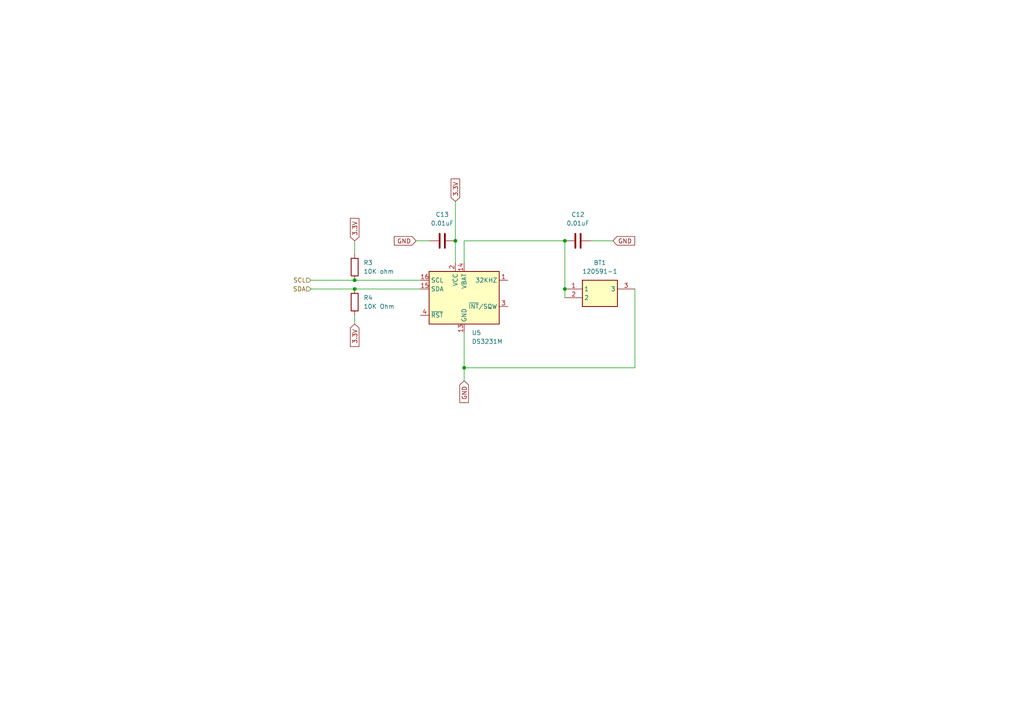
<source format=kicad_sch>
(kicad_sch
	(version 20231120)
	(generator "eeschema")
	(generator_version "8.0")
	(uuid "372cb366-8969-41f6-a92b-41c98038c2b0")
	(paper "A4")
	(lib_symbols
		(symbol "120591-1:120591-1"
			(exclude_from_sim no)
			(in_bom yes)
			(on_board yes)
			(property "Reference" "BT"
				(at 16.51 7.62 0)
				(effects
					(font
						(size 1.27 1.27)
					)
					(justify left top)
				)
			)
			(property "Value" "120591-1"
				(at 16.51 5.08 0)
				(effects
					(font
						(size 1.27 1.27)
					)
					(justify left top)
				)
			)
			(property "Footprint" "120591-1"
				(at 16.51 -94.92 0)
				(effects
					(font
						(size 1.27 1.27)
					)
					(justify left top)
					(hide yes)
				)
			)
			(property "Datasheet" "http://www.te.com/commerce/DocumentDelivery/DDEController?Action=srchrtrv&DocNm=120591&DocType=Customer+Drawing&DocLang=English&DocFormat=pdf&PartCntxt=120591-1"
				(at 16.51 -194.92 0)
				(effects
					(font
						(size 1.27 1.27)
					)
					(justify left top)
					(hide yes)
				)
			)
			(property "Description" "Holder pcb 2 way Battery Holder pcb 2 way Battery"
				(at 0 0 0)
				(effects
					(font
						(size 1.27 1.27)
					)
					(hide yes)
				)
			)
			(property "Height" ""
				(at 16.51 -394.92 0)
				(effects
					(font
						(size 1.27 1.27)
					)
					(justify left top)
					(hide yes)
				)
			)
			(property "Mouser Part Number" "571-1205911"
				(at 16.51 -494.92 0)
				(effects
					(font
						(size 1.27 1.27)
					)
					(justify left top)
					(hide yes)
				)
			)
			(property "Mouser Price/Stock" "https://www.mouser.co.uk/ProductDetail/TE-Connectivity/120591-1?qs=cB%252BprIo57OeZ1n1mnEiYEw%3D%3D"
				(at 16.51 -594.92 0)
				(effects
					(font
						(size 1.27 1.27)
					)
					(justify left top)
					(hide yes)
				)
			)
			(property "Manufacturer_Name" "TE Connectivity"
				(at 16.51 -694.92 0)
				(effects
					(font
						(size 1.27 1.27)
					)
					(justify left top)
					(hide yes)
				)
			)
			(property "Manufacturer_Part_Number" "120591-1"
				(at 16.51 -794.92 0)
				(effects
					(font
						(size 1.27 1.27)
					)
					(justify left top)
					(hide yes)
				)
			)
			(symbol "120591-1_1_1"
				(rectangle
					(start 5.08 2.54)
					(end 15.24 -5.08)
					(stroke
						(width 0.254)
						(type default)
					)
					(fill
						(type background)
					)
				)
				(pin passive line
					(at 0 0 0)
					(length 5.08)
					(name "1"
						(effects
							(font
								(size 1.27 1.27)
							)
						)
					)
					(number "1"
						(effects
							(font
								(size 1.27 1.27)
							)
						)
					)
				)
				(pin passive line
					(at 0 -2.54 0)
					(length 5.08)
					(name "2"
						(effects
							(font
								(size 1.27 1.27)
							)
						)
					)
					(number "2"
						(effects
							(font
								(size 1.27 1.27)
							)
						)
					)
				)
				(pin passive line
					(at 20.32 0 180)
					(length 5.08)
					(name "3"
						(effects
							(font
								(size 1.27 1.27)
							)
						)
					)
					(number "3"
						(effects
							(font
								(size 1.27 1.27)
							)
						)
					)
				)
			)
		)
		(symbol "Device:C"
			(pin_numbers hide)
			(pin_names
				(offset 0.254)
			)
			(exclude_from_sim no)
			(in_bom yes)
			(on_board yes)
			(property "Reference" "C"
				(at 0.635 2.54 0)
				(effects
					(font
						(size 1.27 1.27)
					)
					(justify left)
				)
			)
			(property "Value" "C"
				(at 0.635 -2.54 0)
				(effects
					(font
						(size 1.27 1.27)
					)
					(justify left)
				)
			)
			(property "Footprint" ""
				(at 0.9652 -3.81 0)
				(effects
					(font
						(size 1.27 1.27)
					)
					(hide yes)
				)
			)
			(property "Datasheet" "~"
				(at 0 0 0)
				(effects
					(font
						(size 1.27 1.27)
					)
					(hide yes)
				)
			)
			(property "Description" "Unpolarized capacitor"
				(at 0 0 0)
				(effects
					(font
						(size 1.27 1.27)
					)
					(hide yes)
				)
			)
			(property "ki_keywords" "cap capacitor"
				(at 0 0 0)
				(effects
					(font
						(size 1.27 1.27)
					)
					(hide yes)
				)
			)
			(property "ki_fp_filters" "C_*"
				(at 0 0 0)
				(effects
					(font
						(size 1.27 1.27)
					)
					(hide yes)
				)
			)
			(symbol "C_0_1"
				(polyline
					(pts
						(xy -2.032 -0.762) (xy 2.032 -0.762)
					)
					(stroke
						(width 0.508)
						(type default)
					)
					(fill
						(type none)
					)
				)
				(polyline
					(pts
						(xy -2.032 0.762) (xy 2.032 0.762)
					)
					(stroke
						(width 0.508)
						(type default)
					)
					(fill
						(type none)
					)
				)
			)
			(symbol "C_1_1"
				(pin passive line
					(at 0 3.81 270)
					(length 2.794)
					(name "~"
						(effects
							(font
								(size 1.27 1.27)
							)
						)
					)
					(number "1"
						(effects
							(font
								(size 1.27 1.27)
							)
						)
					)
				)
				(pin passive line
					(at 0 -3.81 90)
					(length 2.794)
					(name "~"
						(effects
							(font
								(size 1.27 1.27)
							)
						)
					)
					(number "2"
						(effects
							(font
								(size 1.27 1.27)
							)
						)
					)
				)
			)
		)
		(symbol "Device:R"
			(pin_numbers hide)
			(pin_names
				(offset 0)
			)
			(exclude_from_sim no)
			(in_bom yes)
			(on_board yes)
			(property "Reference" "R"
				(at 2.032 0 90)
				(effects
					(font
						(size 1.27 1.27)
					)
				)
			)
			(property "Value" "R"
				(at 0 0 90)
				(effects
					(font
						(size 1.27 1.27)
					)
				)
			)
			(property "Footprint" ""
				(at -1.778 0 90)
				(effects
					(font
						(size 1.27 1.27)
					)
					(hide yes)
				)
			)
			(property "Datasheet" "~"
				(at 0 0 0)
				(effects
					(font
						(size 1.27 1.27)
					)
					(hide yes)
				)
			)
			(property "Description" "Resistor"
				(at 0 0 0)
				(effects
					(font
						(size 1.27 1.27)
					)
					(hide yes)
				)
			)
			(property "ki_keywords" "R res resistor"
				(at 0 0 0)
				(effects
					(font
						(size 1.27 1.27)
					)
					(hide yes)
				)
			)
			(property "ki_fp_filters" "R_*"
				(at 0 0 0)
				(effects
					(font
						(size 1.27 1.27)
					)
					(hide yes)
				)
			)
			(symbol "R_0_1"
				(rectangle
					(start -1.016 -2.54)
					(end 1.016 2.54)
					(stroke
						(width 0.254)
						(type default)
					)
					(fill
						(type none)
					)
				)
			)
			(symbol "R_1_1"
				(pin passive line
					(at 0 3.81 270)
					(length 1.27)
					(name "~"
						(effects
							(font
								(size 1.27 1.27)
							)
						)
					)
					(number "1"
						(effects
							(font
								(size 1.27 1.27)
							)
						)
					)
				)
				(pin passive line
					(at 0 -3.81 90)
					(length 1.27)
					(name "~"
						(effects
							(font
								(size 1.27 1.27)
							)
						)
					)
					(number "2"
						(effects
							(font
								(size 1.27 1.27)
							)
						)
					)
				)
			)
		)
		(symbol "Timer_RTC:DS3231M"
			(exclude_from_sim no)
			(in_bom yes)
			(on_board yes)
			(property "Reference" "U"
				(at -7.62 8.89 0)
				(effects
					(font
						(size 1.27 1.27)
					)
					(justify right)
				)
			)
			(property "Value" "DS3231M"
				(at 10.16 8.89 0)
				(effects
					(font
						(size 1.27 1.27)
					)
					(justify right)
				)
			)
			(property "Footprint" "Package_SO:SOIC-16W_7.5x10.3mm_P1.27mm"
				(at 0 -15.24 0)
				(effects
					(font
						(size 1.27 1.27)
					)
					(hide yes)
				)
			)
			(property "Datasheet" "http://datasheets.maximintegrated.com/en/ds/DS3231.pdf"
				(at 6.858 1.27 0)
				(effects
					(font
						(size 1.27 1.27)
					)
					(hide yes)
				)
			)
			(property "Description" "Extremely Accurate I2C-Integrated RTC/TCXO/Crystal SOIC-16"
				(at 0 0 0)
				(effects
					(font
						(size 1.27 1.27)
					)
					(hide yes)
				)
			)
			(property "ki_keywords" "RTC TCXO Realtime Time Clock Crystal Oscillator I2C"
				(at 0 0 0)
				(effects
					(font
						(size 1.27 1.27)
					)
					(hide yes)
				)
			)
			(property "ki_fp_filters" "SOIC*7.5x10.3mm*P1.27mm*"
				(at 0 0 0)
				(effects
					(font
						(size 1.27 1.27)
					)
					(hide yes)
				)
			)
			(symbol "DS3231M_0_1"
				(rectangle
					(start -10.16 7.62)
					(end 10.16 -7.62)
					(stroke
						(width 0.254)
						(type default)
					)
					(fill
						(type background)
					)
				)
			)
			(symbol "DS3231M_1_1"
				(pin open_collector line
					(at 12.7 5.08 180)
					(length 2.54)
					(name "32KHZ"
						(effects
							(font
								(size 1.27 1.27)
							)
						)
					)
					(number "1"
						(effects
							(font
								(size 1.27 1.27)
							)
						)
					)
				)
				(pin passive line
					(at 0 -10.16 90)
					(length 2.54) hide
					(name "GND"
						(effects
							(font
								(size 1.27 1.27)
							)
						)
					)
					(number "10"
						(effects
							(font
								(size 1.27 1.27)
							)
						)
					)
				)
				(pin passive line
					(at 0 -10.16 90)
					(length 2.54) hide
					(name "GND"
						(effects
							(font
								(size 1.27 1.27)
							)
						)
					)
					(number "11"
						(effects
							(font
								(size 1.27 1.27)
							)
						)
					)
				)
				(pin passive line
					(at 0 -10.16 90)
					(length 2.54) hide
					(name "GND"
						(effects
							(font
								(size 1.27 1.27)
							)
						)
					)
					(number "12"
						(effects
							(font
								(size 1.27 1.27)
							)
						)
					)
				)
				(pin power_in line
					(at 0 -10.16 90)
					(length 2.54)
					(name "GND"
						(effects
							(font
								(size 1.27 1.27)
							)
						)
					)
					(number "13"
						(effects
							(font
								(size 1.27 1.27)
							)
						)
					)
				)
				(pin power_in line
					(at 0 10.16 270)
					(length 2.54)
					(name "VBAT"
						(effects
							(font
								(size 1.27 1.27)
							)
						)
					)
					(number "14"
						(effects
							(font
								(size 1.27 1.27)
							)
						)
					)
				)
				(pin bidirectional line
					(at -12.7 2.54 0)
					(length 2.54)
					(name "SDA"
						(effects
							(font
								(size 1.27 1.27)
							)
						)
					)
					(number "15"
						(effects
							(font
								(size 1.27 1.27)
							)
						)
					)
				)
				(pin input line
					(at -12.7 5.08 0)
					(length 2.54)
					(name "SCL"
						(effects
							(font
								(size 1.27 1.27)
							)
						)
					)
					(number "16"
						(effects
							(font
								(size 1.27 1.27)
							)
						)
					)
				)
				(pin power_in line
					(at -2.54 10.16 270)
					(length 2.54)
					(name "VCC"
						(effects
							(font
								(size 1.27 1.27)
							)
						)
					)
					(number "2"
						(effects
							(font
								(size 1.27 1.27)
							)
						)
					)
				)
				(pin open_collector line
					(at 12.7 -2.54 180)
					(length 2.54)
					(name "~{INT}/SQW"
						(effects
							(font
								(size 1.27 1.27)
							)
						)
					)
					(number "3"
						(effects
							(font
								(size 1.27 1.27)
							)
						)
					)
				)
				(pin bidirectional line
					(at -12.7 -5.08 0)
					(length 2.54)
					(name "~{RST}"
						(effects
							(font
								(size 1.27 1.27)
							)
						)
					)
					(number "4"
						(effects
							(font
								(size 1.27 1.27)
							)
						)
					)
				)
				(pin passive line
					(at 0 -10.16 90)
					(length 2.54) hide
					(name "GND"
						(effects
							(font
								(size 1.27 1.27)
							)
						)
					)
					(number "5"
						(effects
							(font
								(size 1.27 1.27)
							)
						)
					)
				)
				(pin passive line
					(at 0 -10.16 90)
					(length 2.54) hide
					(name "GND"
						(effects
							(font
								(size 1.27 1.27)
							)
						)
					)
					(number "6"
						(effects
							(font
								(size 1.27 1.27)
							)
						)
					)
				)
				(pin passive line
					(at 0 -10.16 90)
					(length 2.54) hide
					(name "GND"
						(effects
							(font
								(size 1.27 1.27)
							)
						)
					)
					(number "7"
						(effects
							(font
								(size 1.27 1.27)
							)
						)
					)
				)
				(pin passive line
					(at 0 -10.16 90)
					(length 2.54) hide
					(name "GND"
						(effects
							(font
								(size 1.27 1.27)
							)
						)
					)
					(number "8"
						(effects
							(font
								(size 1.27 1.27)
							)
						)
					)
				)
				(pin passive line
					(at 0 -10.16 90)
					(length 2.54) hide
					(name "GND"
						(effects
							(font
								(size 1.27 1.27)
							)
						)
					)
					(number "9"
						(effects
							(font
								(size 1.27 1.27)
							)
						)
					)
				)
			)
		)
	)
	(junction
		(at 163.83 69.85)
		(diameter 0)
		(color 0 0 0 0)
		(uuid "265c2511-f89a-4c4f-8077-6e0e32802b70")
	)
	(junction
		(at 163.83 83.82)
		(diameter 0)
		(color 0 0 0 0)
		(uuid "372bd76b-d71d-4f62-b956-b676acc25eee")
	)
	(junction
		(at 134.62 106.68)
		(diameter 0)
		(color 0 0 0 0)
		(uuid "433785fc-f286-4a56-865c-955f64f2bfe1")
	)
	(junction
		(at 132.08 69.85)
		(diameter 0)
		(color 0 0 0 0)
		(uuid "67b32ce4-7178-4c6e-ba35-93f7b2fe0371")
	)
	(junction
		(at 102.87 83.82)
		(diameter 0)
		(color 0 0 0 0)
		(uuid "b861e2f5-f6f6-4d8f-8de1-251d8839f774")
	)
	(junction
		(at 102.87 81.28)
		(diameter 0)
		(color 0 0 0 0)
		(uuid "db37604e-f215-4ccb-b82a-dee77a5875ba")
	)
	(wire
		(pts
			(xy 90.17 81.28) (xy 102.87 81.28)
		)
		(stroke
			(width 0)
			(type default)
		)
		(uuid "0d1bae91-3087-42ef-a60d-0906ab52bac3")
	)
	(wire
		(pts
			(xy 102.87 81.28) (xy 121.92 81.28)
		)
		(stroke
			(width 0)
			(type default)
		)
		(uuid "334a9ba6-3e59-4d69-bd94-cd7c87632f5c")
	)
	(wire
		(pts
			(xy 102.87 93.98) (xy 102.87 91.44)
		)
		(stroke
			(width 0)
			(type default)
		)
		(uuid "371d0b26-7d51-4049-b421-ccb17ac54850")
	)
	(wire
		(pts
			(xy 163.83 69.85) (xy 134.62 69.85)
		)
		(stroke
			(width 0)
			(type default)
		)
		(uuid "3a181483-0812-4bdd-a5b5-04f4d45bb9e3")
	)
	(wire
		(pts
			(xy 163.83 83.82) (xy 163.83 69.85)
		)
		(stroke
			(width 0)
			(type default)
		)
		(uuid "54fb76ac-2fb1-4af9-b198-7ceff7655d0a")
	)
	(wire
		(pts
			(xy 134.62 106.68) (xy 134.62 110.49)
		)
		(stroke
			(width 0)
			(type default)
		)
		(uuid "5b7f5dbd-083b-4e3c-876b-850361423fa3")
	)
	(wire
		(pts
			(xy 134.62 69.85) (xy 134.62 76.2)
		)
		(stroke
			(width 0)
			(type default)
		)
		(uuid "6024f1f3-b939-4a73-8222-bff7e8e69e36")
	)
	(wire
		(pts
			(xy 134.62 96.52) (xy 134.62 106.68)
		)
		(stroke
			(width 0)
			(type default)
		)
		(uuid "607b8721-33c3-4ce0-868f-2558bc7d0ed6")
	)
	(wire
		(pts
			(xy 184.15 106.68) (xy 134.62 106.68)
		)
		(stroke
			(width 0)
			(type default)
		)
		(uuid "7e5d9dd4-24b7-4c82-9bb6-a7f0d0f1c659")
	)
	(wire
		(pts
			(xy 120.65 69.85) (xy 124.46 69.85)
		)
		(stroke
			(width 0)
			(type default)
		)
		(uuid "7f991a38-8ff8-4390-a26c-16baae29f9fd")
	)
	(wire
		(pts
			(xy 184.15 83.82) (xy 184.15 106.68)
		)
		(stroke
			(width 0)
			(type default)
		)
		(uuid "a1c048a5-ef31-490f-acd0-cd557d01216b")
	)
	(wire
		(pts
			(xy 132.08 69.85) (xy 132.08 76.2)
		)
		(stroke
			(width 0)
			(type default)
		)
		(uuid "ae6d1923-f96f-4843-a8dd-2a1749c6f917")
	)
	(wire
		(pts
			(xy 102.87 83.82) (xy 121.92 83.82)
		)
		(stroke
			(width 0)
			(type default)
		)
		(uuid "b36db39f-4a6e-46a9-8201-90dddc60d49b")
	)
	(wire
		(pts
			(xy 132.08 58.42) (xy 132.08 69.85)
		)
		(stroke
			(width 0)
			(type default)
		)
		(uuid "b6551ddf-a7b9-407b-9d26-4fd50e85bc24")
	)
	(wire
		(pts
			(xy 171.45 69.85) (xy 177.8 69.85)
		)
		(stroke
			(width 0)
			(type default)
		)
		(uuid "c994bab8-53a3-4fea-a9ae-cd430c2bd96c")
	)
	(wire
		(pts
			(xy 102.87 69.85) (xy 102.87 73.66)
		)
		(stroke
			(width 0)
			(type default)
		)
		(uuid "cb7625c6-8118-471a-8e7c-98785f91b7b5")
	)
	(wire
		(pts
			(xy 163.83 83.82) (xy 163.83 86.36)
		)
		(stroke
			(width 0)
			(type default)
		)
		(uuid "db3a1aac-73af-49ca-b160-c90cf45528f8")
	)
	(wire
		(pts
			(xy 90.17 83.82) (xy 102.87 83.82)
		)
		(stroke
			(width 0)
			(type default)
		)
		(uuid "f0f15119-df97-41e0-bb0e-e2055ab58f1a")
	)
	(global_label "GND"
		(shape input)
		(at 177.8 69.85 0)
		(fields_autoplaced yes)
		(effects
			(font
				(size 1.27 1.27)
			)
			(justify left)
		)
		(uuid "36df9560-0e2f-46c5-93bf-1dd5de9d4f01")
		(property "Intersheetrefs" "${INTERSHEET_REFS}"
			(at 184.7508 69.85 0)
			(effects
				(font
					(size 1.27 1.27)
				)
				(justify left)
				(hide yes)
			)
		)
	)
	(global_label "GND"
		(shape input)
		(at 134.62 110.49 270)
		(fields_autoplaced yes)
		(effects
			(font
				(size 1.27 1.27)
			)
			(justify right)
		)
		(uuid "3cf33105-efcc-4777-96ca-23fea657351f")
		(property "Intersheetrefs" "${INTERSHEET_REFS}"
			(at 134.62 117.4408 90)
			(effects
				(font
					(size 1.27 1.27)
				)
				(justify right)
				(hide yes)
			)
		)
	)
	(global_label "3.3V"
		(shape input)
		(at 132.08 58.42 90)
		(fields_autoplaced yes)
		(effects
			(font
				(size 1.27 1.27)
			)
			(justify left)
		)
		(uuid "4029e996-3840-496d-8a7c-ac74a29accec")
		(property "Intersheetrefs" "${INTERSHEET_REFS}"
			(at 132.08 51.2273 90)
			(effects
				(font
					(size 1.27 1.27)
				)
				(justify left)
				(hide yes)
			)
		)
	)
	(global_label "3.3V"
		(shape input)
		(at 102.87 69.85 90)
		(fields_autoplaced yes)
		(effects
			(font
				(size 1.27 1.27)
			)
			(justify left)
		)
		(uuid "4e3307aa-b325-4d23-b4c6-29fd7439ea93")
		(property "Intersheetrefs" "${INTERSHEET_REFS}"
			(at 102.87 62.6573 90)
			(effects
				(font
					(size 1.27 1.27)
				)
				(justify left)
				(hide yes)
			)
		)
	)
	(global_label "3.3V"
		(shape input)
		(at 102.87 93.98 270)
		(fields_autoplaced yes)
		(effects
			(font
				(size 1.27 1.27)
			)
			(justify right)
		)
		(uuid "cc1982e8-27d1-4e6b-ad86-e66c0f0582db")
		(property "Intersheetrefs" "${INTERSHEET_REFS}"
			(at 102.87 101.1727 90)
			(effects
				(font
					(size 1.27 1.27)
				)
				(justify right)
				(hide yes)
			)
		)
	)
	(global_label "GND"
		(shape input)
		(at 120.65 69.85 180)
		(fields_autoplaced yes)
		(effects
			(font
				(size 1.27 1.27)
			)
			(justify right)
		)
		(uuid "eac83e45-fe79-4f50-bbe6-79390b5270c9")
		(property "Intersheetrefs" "${INTERSHEET_REFS}"
			(at 113.6992 69.85 0)
			(effects
				(font
					(size 1.27 1.27)
				)
				(justify right)
				(hide yes)
			)
		)
	)
	(hierarchical_label "SDA"
		(shape input)
		(at 90.17 83.82 180)
		(fields_autoplaced yes)
		(effects
			(font
				(size 1.27 1.27)
			)
			(justify right)
		)
		(uuid "04102230-dbf7-4a89-ac08-969f34121a7d")
	)
	(hierarchical_label "SCL"
		(shape input)
		(at 90.17 81.28 180)
		(fields_autoplaced yes)
		(effects
			(font
				(size 1.27 1.27)
			)
			(justify right)
		)
		(uuid "45b25bec-6341-4a01-8ddf-b8f37b1be30e")
	)
	(symbol
		(lib_id "120591-1:120591-1")
		(at 163.83 83.82 0)
		(unit 1)
		(exclude_from_sim no)
		(in_bom yes)
		(on_board yes)
		(dnp no)
		(fields_autoplaced yes)
		(uuid "0f5aab89-653b-4ec3-8d85-3c04585499f2")
		(property "Reference" "BT1"
			(at 173.99 76.2 0)
			(effects
				(font
					(size 1.27 1.27)
				)
			)
		)
		(property "Value" "120591-1"
			(at 173.99 78.74 0)
			(effects
				(font
					(size 1.27 1.27)
				)
			)
		)
		(property "Footprint" "120591-1"
			(at 180.34 178.74 0)
			(effects
				(font
					(size 1.27 1.27)
				)
				(justify left top)
				(hide yes)
			)
		)
		(property "Datasheet" "http://www.te.com/commerce/DocumentDelivery/DDEController?Action=srchrtrv&DocNm=120591&DocType=Customer+Drawing&DocLang=English&DocFormat=pdf&PartCntxt=120591-1"
			(at 180.34 278.74 0)
			(effects
				(font
					(size 1.27 1.27)
				)
				(justify left top)
				(hide yes)
			)
		)
		(property "Description" "Holder pcb 2 way Battery Holder pcb 2 way Battery"
			(at 163.83 83.82 0)
			(effects
				(font
					(size 1.27 1.27)
				)
				(hide yes)
			)
		)
		(property "Height" ""
			(at 180.34 478.74 0)
			(effects
				(font
					(size 1.27 1.27)
				)
				(justify left top)
				(hide yes)
			)
		)
		(property "Mouser Part Number" "571-1205911"
			(at 180.34 578.74 0)
			(effects
				(font
					(size 1.27 1.27)
				)
				(justify left top)
				(hide yes)
			)
		)
		(property "Mouser Price/Stock" "https://www.mouser.co.uk/ProductDetail/TE-Connectivity/120591-1?qs=cB%252BprIo57OeZ1n1mnEiYEw%3D%3D"
			(at 180.34 678.74 0)
			(effects
				(font
					(size 1.27 1.27)
				)
				(justify left top)
				(hide yes)
			)
		)
		(property "Manufacturer_Name" "TE Connectivity"
			(at 180.34 778.74 0)
			(effects
				(font
					(size 1.27 1.27)
				)
				(justify left top)
				(hide yes)
			)
		)
		(property "Manufacturer_Part_Number" "120591-1"
			(at 180.34 878.74 0)
			(effects
				(font
					(size 1.27 1.27)
				)
				(justify left top)
				(hide yes)
			)
		)
		(pin "1"
			(uuid "4a5101ff-e812-4790-8d51-463c531fdac8")
		)
		(pin "3"
			(uuid "972c8fba-479a-454e-8ad3-0804a8180428")
		)
		(pin "2"
			(uuid "02ae9395-4686-48a4-a38c-2eccc9c41aa1")
		)
		(instances
			(project ""
				(path "/e63e39d7-6ac0-4ffd-8aa3-1841a4541b55/2a9ac42a-9bca-4f67-9e2c-0c45e973fae8"
					(reference "BT1")
					(unit 1)
				)
			)
		)
	)
	(symbol
		(lib_id "Device:C")
		(at 128.27 69.85 90)
		(unit 1)
		(exclude_from_sim no)
		(in_bom yes)
		(on_board yes)
		(dnp no)
		(fields_autoplaced yes)
		(uuid "48a2e269-5187-4f6e-adf5-713daa92884f")
		(property "Reference" "C13"
			(at 128.27 62.23 90)
			(effects
				(font
					(size 1.27 1.27)
				)
			)
		)
		(property "Value" "0.01uF"
			(at 128.27 64.77 90)
			(effects
				(font
					(size 1.27 1.27)
				)
			)
		)
		(property "Footprint" "Capacitor_SMD:C_0201_0603Metric"
			(at 132.08 68.8848 0)
			(effects
				(font
					(size 1.27 1.27)
				)
				(hide yes)
			)
		)
		(property "Datasheet" "~"
			(at 128.27 69.85 0)
			(effects
				(font
					(size 1.27 1.27)
				)
				(hide yes)
			)
		)
		(property "Description" "Unpolarized capacitor"
			(at 128.27 69.85 0)
			(effects
				(font
					(size 1.27 1.27)
				)
				(hide yes)
			)
		)
		(pin "2"
			(uuid "6e575b34-0adb-4aff-8799-91b61402c401")
		)
		(pin "1"
			(uuid "c46d3aa0-dc6b-4efd-a767-ac709dc8acd1")
		)
		(instances
			(project "AstroHAT"
				(path "/e63e39d7-6ac0-4ffd-8aa3-1841a4541b55/2a9ac42a-9bca-4f67-9e2c-0c45e973fae8"
					(reference "C13")
					(unit 1)
				)
			)
		)
	)
	(symbol
		(lib_id "Timer_RTC:DS3231M")
		(at 134.62 86.36 0)
		(unit 1)
		(exclude_from_sim no)
		(in_bom yes)
		(on_board yes)
		(dnp no)
		(fields_autoplaced yes)
		(uuid "85b71747-4dfb-43c2-a4a5-55a3305c13ae")
		(property "Reference" "U5"
			(at 136.8141 96.52 0)
			(effects
				(font
					(size 1.27 1.27)
				)
				(justify left)
			)
		)
		(property "Value" "DS3231M"
			(at 136.8141 99.06 0)
			(effects
				(font
					(size 1.27 1.27)
				)
				(justify left)
			)
		)
		(property "Footprint" "Package_SO:SOIC-16W_7.5x10.3mm_P1.27mm"
			(at 134.62 101.6 0)
			(effects
				(font
					(size 1.27 1.27)
				)
				(hide yes)
			)
		)
		(property "Datasheet" "http://datasheets.maximintegrated.com/en/ds/DS3231.pdf"
			(at 141.478 85.09 0)
			(effects
				(font
					(size 1.27 1.27)
				)
				(hide yes)
			)
		)
		(property "Description" "Extremely Accurate I2C-Integrated RTC/TCXO/Crystal SOIC-16"
			(at 134.62 86.36 0)
			(effects
				(font
					(size 1.27 1.27)
				)
				(hide yes)
			)
		)
		(pin "10"
			(uuid "cde72133-ca4f-40d7-8ff6-903d2becec8c")
		)
		(pin "1"
			(uuid "7b912e2f-31ac-4d09-8048-2ab3d92ddea6")
		)
		(pin "14"
			(uuid "a36b26c9-f9b6-4296-b6b6-52fd7deec4b7")
		)
		(pin "16"
			(uuid "a921e056-7836-461a-a261-da9af525f43e")
		)
		(pin "2"
			(uuid "24585062-6f2b-40a9-b035-81aeb8987a45")
		)
		(pin "5"
			(uuid "2780bc94-2276-4a6e-8214-667b8140076b")
		)
		(pin "13"
			(uuid "2eb0dc71-d61b-4cd8-9bb1-3483ff15eb22")
		)
		(pin "6"
			(uuid "f1ce8ce5-611c-4039-8aed-4a1a25182b48")
		)
		(pin "8"
			(uuid "9add5428-5b07-4438-a497-25b40587d292")
		)
		(pin "9"
			(uuid "4194588a-4f72-4b6a-a8fc-11c0e7cd51c0")
		)
		(pin "7"
			(uuid "7d2662c4-4c87-49c8-9e4e-1695b4038f2b")
		)
		(pin "15"
			(uuid "b064280d-5b2c-426d-bacc-bc3e5fcd7b8e")
		)
		(pin "4"
			(uuid "7349e8dd-f5ab-4bbc-a4b2-33a0ee3619be")
		)
		(pin "3"
			(uuid "377aa4d3-e69d-4765-9073-2e0ae390a7fe")
		)
		(pin "12"
			(uuid "5c7376ae-d07d-40ae-a049-a1e6db0a8aad")
		)
		(pin "11"
			(uuid "2e3c5aca-50a3-4dfc-8dc5-5500be1cecdc")
		)
		(instances
			(project ""
				(path "/e63e39d7-6ac0-4ffd-8aa3-1841a4541b55/2a9ac42a-9bca-4f67-9e2c-0c45e973fae8"
					(reference "U5")
					(unit 1)
				)
			)
		)
	)
	(symbol
		(lib_id "Device:C")
		(at 167.64 69.85 90)
		(unit 1)
		(exclude_from_sim no)
		(in_bom yes)
		(on_board yes)
		(dnp no)
		(fields_autoplaced yes)
		(uuid "aed61837-c1d7-4b1d-b7f7-3af6add94db0")
		(property "Reference" "C12"
			(at 167.64 62.23 90)
			(effects
				(font
					(size 1.27 1.27)
				)
			)
		)
		(property "Value" "0.01uF"
			(at 167.64 64.77 90)
			(effects
				(font
					(size 1.27 1.27)
				)
			)
		)
		(property "Footprint" "Capacitor_SMD:C_0201_0603Metric"
			(at 171.45 68.8848 0)
			(effects
				(font
					(size 1.27 1.27)
				)
				(hide yes)
			)
		)
		(property "Datasheet" "~"
			(at 167.64 69.85 0)
			(effects
				(font
					(size 1.27 1.27)
				)
				(hide yes)
			)
		)
		(property "Description" "Unpolarized capacitor"
			(at 167.64 69.85 0)
			(effects
				(font
					(size 1.27 1.27)
				)
				(hide yes)
			)
		)
		(pin "2"
			(uuid "dafd41f3-8aa9-4a2a-a7fa-8a975715c2c7")
		)
		(pin "1"
			(uuid "6c5d1394-101f-4429-a8c3-d06bd2185c50")
		)
		(instances
			(project ""
				(path "/e63e39d7-6ac0-4ffd-8aa3-1841a4541b55/2a9ac42a-9bca-4f67-9e2c-0c45e973fae8"
					(reference "C12")
					(unit 1)
				)
			)
		)
	)
	(symbol
		(lib_id "Device:R")
		(at 102.87 77.47 0)
		(unit 1)
		(exclude_from_sim no)
		(in_bom yes)
		(on_board yes)
		(dnp no)
		(fields_autoplaced yes)
		(uuid "ccae99ad-156a-401f-bb6c-e88f355df4d6")
		(property "Reference" "R3"
			(at 105.41 76.1999 0)
			(effects
				(font
					(size 1.27 1.27)
				)
				(justify left)
			)
		)
		(property "Value" "10K ohm"
			(at 105.41 78.7399 0)
			(effects
				(font
					(size 1.27 1.27)
				)
				(justify left)
			)
		)
		(property "Footprint" "Resistor_SMD:R_2512_6332Metric"
			(at 101.092 77.47 90)
			(effects
				(font
					(size 1.27 1.27)
				)
				(hide yes)
			)
		)
		(property "Datasheet" "~"
			(at 102.87 77.47 0)
			(effects
				(font
					(size 1.27 1.27)
				)
				(hide yes)
			)
		)
		(property "Description" "Resistor"
			(at 102.87 77.47 0)
			(effects
				(font
					(size 1.27 1.27)
				)
				(hide yes)
			)
		)
		(pin "1"
			(uuid "f8132ff6-7d30-43f5-ba20-6eaf0f189378")
		)
		(pin "2"
			(uuid "86023c54-6962-4381-8431-40a869798cae")
		)
		(instances
			(project ""
				(path "/e63e39d7-6ac0-4ffd-8aa3-1841a4541b55/2a9ac42a-9bca-4f67-9e2c-0c45e973fae8"
					(reference "R3")
					(unit 1)
				)
			)
		)
	)
	(symbol
		(lib_id "Device:R")
		(at 102.87 87.63 0)
		(unit 1)
		(exclude_from_sim no)
		(in_bom yes)
		(on_board yes)
		(dnp no)
		(fields_autoplaced yes)
		(uuid "d7f89469-b85e-4716-baf3-58091701c36c")
		(property "Reference" "R4"
			(at 105.41 86.3599 0)
			(effects
				(font
					(size 1.27 1.27)
				)
				(justify left)
			)
		)
		(property "Value" "10K Ohm"
			(at 105.41 88.8999 0)
			(effects
				(font
					(size 1.27 1.27)
				)
				(justify left)
			)
		)
		(property "Footprint" "Resistor_SMD:R_2512_6332Metric"
			(at 101.092 87.63 90)
			(effects
				(font
					(size 1.27 1.27)
				)
				(hide yes)
			)
		)
		(property "Datasheet" "~"
			(at 102.87 87.63 0)
			(effects
				(font
					(size 1.27 1.27)
				)
				(hide yes)
			)
		)
		(property "Description" "Resistor"
			(at 102.87 87.63 0)
			(effects
				(font
					(size 1.27 1.27)
				)
				(hide yes)
			)
		)
		(pin "1"
			(uuid "64e9ff91-6fea-4776-af5a-4b2e3b1dfdbe")
		)
		(pin "2"
			(uuid "15ba3c48-4e59-4a1b-b7a5-8255c05f3206")
		)
		(instances
			(project "AstroHAT"
				(path "/e63e39d7-6ac0-4ffd-8aa3-1841a4541b55/2a9ac42a-9bca-4f67-9e2c-0c45e973fae8"
					(reference "R4")
					(unit 1)
				)
			)
		)
	)
)

</source>
